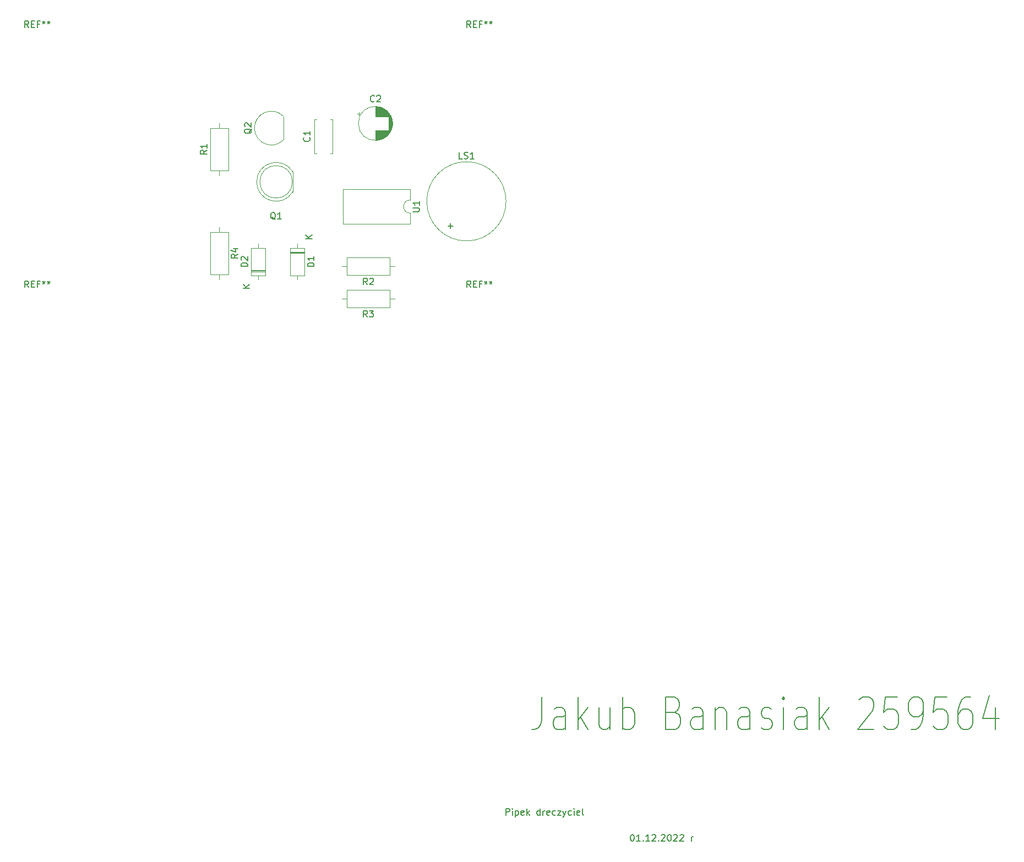
<source format=gbr>
%TF.GenerationSoftware,KiCad,Pcbnew,(6.0.9)*%
%TF.CreationDate,2022-12-15T09:26:13+01:00*%
%TF.ProjectId,Pipek,50697065-6b2e-46b6-9963-61645f706362,rev?*%
%TF.SameCoordinates,Original*%
%TF.FileFunction,Legend,Top*%
%TF.FilePolarity,Positive*%
%FSLAX46Y46*%
G04 Gerber Fmt 4.6, Leading zero omitted, Abs format (unit mm)*
G04 Created by KiCad (PCBNEW (6.0.9)) date 2022-12-15 09:26:13*
%MOMM*%
%LPD*%
G01*
G04 APERTURE LIST*
%ADD10C,0.150000*%
%ADD11C,0.120000*%
G04 APERTURE END LIST*
D10*
X195619047Y-171261904D02*
X195619047Y-174833333D01*
X195428571Y-175547619D01*
X195047619Y-176023809D01*
X194476190Y-176261904D01*
X194095238Y-176261904D01*
X199238095Y-176261904D02*
X199238095Y-173642857D01*
X199047619Y-173166666D01*
X198666666Y-172928571D01*
X197904761Y-172928571D01*
X197523809Y-173166666D01*
X199238095Y-176023809D02*
X198857142Y-176261904D01*
X197904761Y-176261904D01*
X197523809Y-176023809D01*
X197333333Y-175547619D01*
X197333333Y-175071428D01*
X197523809Y-174595238D01*
X197904761Y-174357142D01*
X198857142Y-174357142D01*
X199238095Y-174119047D01*
X201142857Y-176261904D02*
X201142857Y-171261904D01*
X201523809Y-174357142D02*
X202666666Y-176261904D01*
X202666666Y-172928571D02*
X201142857Y-174833333D01*
X206095238Y-172928571D02*
X206095238Y-176261904D01*
X204380952Y-172928571D02*
X204380952Y-175547619D01*
X204571428Y-176023809D01*
X204952380Y-176261904D01*
X205523809Y-176261904D01*
X205904761Y-176023809D01*
X206095238Y-175785714D01*
X208000000Y-176261904D02*
X208000000Y-171261904D01*
X208000000Y-173166666D02*
X208380952Y-172928571D01*
X209142857Y-172928571D01*
X209523809Y-173166666D01*
X209714285Y-173404761D01*
X209904761Y-173880952D01*
X209904761Y-175309523D01*
X209714285Y-175785714D01*
X209523809Y-176023809D01*
X209142857Y-176261904D01*
X208380952Y-176261904D01*
X208000000Y-176023809D01*
X216000000Y-173642857D02*
X216571428Y-173880952D01*
X216761904Y-174119047D01*
X216952380Y-174595238D01*
X216952380Y-175309523D01*
X216761904Y-175785714D01*
X216571428Y-176023809D01*
X216190476Y-176261904D01*
X214666666Y-176261904D01*
X214666666Y-171261904D01*
X216000000Y-171261904D01*
X216380952Y-171500000D01*
X216571428Y-171738095D01*
X216761904Y-172214285D01*
X216761904Y-172690476D01*
X216571428Y-173166666D01*
X216380952Y-173404761D01*
X216000000Y-173642857D01*
X214666666Y-173642857D01*
X220380952Y-176261904D02*
X220380952Y-173642857D01*
X220190476Y-173166666D01*
X219809523Y-172928571D01*
X219047619Y-172928571D01*
X218666666Y-173166666D01*
X220380952Y-176023809D02*
X220000000Y-176261904D01*
X219047619Y-176261904D01*
X218666666Y-176023809D01*
X218476190Y-175547619D01*
X218476190Y-175071428D01*
X218666666Y-174595238D01*
X219047619Y-174357142D01*
X220000000Y-174357142D01*
X220380952Y-174119047D01*
X222285714Y-172928571D02*
X222285714Y-176261904D01*
X222285714Y-173404761D02*
X222476190Y-173166666D01*
X222857142Y-172928571D01*
X223428571Y-172928571D01*
X223809523Y-173166666D01*
X224000000Y-173642857D01*
X224000000Y-176261904D01*
X227619047Y-176261904D02*
X227619047Y-173642857D01*
X227428571Y-173166666D01*
X227047619Y-172928571D01*
X226285714Y-172928571D01*
X225904761Y-173166666D01*
X227619047Y-176023809D02*
X227238095Y-176261904D01*
X226285714Y-176261904D01*
X225904761Y-176023809D01*
X225714285Y-175547619D01*
X225714285Y-175071428D01*
X225904761Y-174595238D01*
X226285714Y-174357142D01*
X227238095Y-174357142D01*
X227619047Y-174119047D01*
X229333333Y-176023809D02*
X229714285Y-176261904D01*
X230476190Y-176261904D01*
X230857142Y-176023809D01*
X231047619Y-175547619D01*
X231047619Y-175309523D01*
X230857142Y-174833333D01*
X230476190Y-174595238D01*
X229904761Y-174595238D01*
X229523809Y-174357142D01*
X229333333Y-173880952D01*
X229333333Y-173642857D01*
X229523809Y-173166666D01*
X229904761Y-172928571D01*
X230476190Y-172928571D01*
X230857142Y-173166666D01*
X232761904Y-176261904D02*
X232761904Y-172928571D01*
X232761904Y-171261904D02*
X232571428Y-171500000D01*
X232761904Y-171738095D01*
X232952380Y-171500000D01*
X232761904Y-171261904D01*
X232761904Y-171738095D01*
X236380952Y-176261904D02*
X236380952Y-173642857D01*
X236190476Y-173166666D01*
X235809523Y-172928571D01*
X235047619Y-172928571D01*
X234666666Y-173166666D01*
X236380952Y-176023809D02*
X236000000Y-176261904D01*
X235047619Y-176261904D01*
X234666666Y-176023809D01*
X234476190Y-175547619D01*
X234476190Y-175071428D01*
X234666666Y-174595238D01*
X235047619Y-174357142D01*
X236000000Y-174357142D01*
X236380952Y-174119047D01*
X238285714Y-176261904D02*
X238285714Y-171261904D01*
X238666666Y-174357142D02*
X239809523Y-176261904D01*
X239809523Y-172928571D02*
X238285714Y-174833333D01*
X244380952Y-171738095D02*
X244571428Y-171500000D01*
X244952380Y-171261904D01*
X245904761Y-171261904D01*
X246285714Y-171500000D01*
X246476190Y-171738095D01*
X246666666Y-172214285D01*
X246666666Y-172690476D01*
X246476190Y-173404761D01*
X244190476Y-176261904D01*
X246666666Y-176261904D01*
X250285714Y-171261904D02*
X248380952Y-171261904D01*
X248190476Y-173642857D01*
X248380952Y-173404761D01*
X248761904Y-173166666D01*
X249714285Y-173166666D01*
X250095238Y-173404761D01*
X250285714Y-173642857D01*
X250476190Y-174119047D01*
X250476190Y-175309523D01*
X250285714Y-175785714D01*
X250095238Y-176023809D01*
X249714285Y-176261904D01*
X248761904Y-176261904D01*
X248380952Y-176023809D01*
X248190476Y-175785714D01*
X252380952Y-176261904D02*
X253142857Y-176261904D01*
X253523809Y-176023809D01*
X253714285Y-175785714D01*
X254095238Y-175071428D01*
X254285714Y-174119047D01*
X254285714Y-172214285D01*
X254095238Y-171738095D01*
X253904761Y-171500000D01*
X253523809Y-171261904D01*
X252761904Y-171261904D01*
X252380952Y-171500000D01*
X252190476Y-171738095D01*
X252000000Y-172214285D01*
X252000000Y-173404761D01*
X252190476Y-173880952D01*
X252380952Y-174119047D01*
X252761904Y-174357142D01*
X253523809Y-174357142D01*
X253904761Y-174119047D01*
X254095238Y-173880952D01*
X254285714Y-173404761D01*
X257904761Y-171261904D02*
X256000000Y-171261904D01*
X255809523Y-173642857D01*
X256000000Y-173404761D01*
X256380952Y-173166666D01*
X257333333Y-173166666D01*
X257714285Y-173404761D01*
X257904761Y-173642857D01*
X258095238Y-174119047D01*
X258095238Y-175309523D01*
X257904761Y-175785714D01*
X257714285Y-176023809D01*
X257333333Y-176261904D01*
X256380952Y-176261904D01*
X256000000Y-176023809D01*
X255809523Y-175785714D01*
X261523809Y-171261904D02*
X260761904Y-171261904D01*
X260380952Y-171500000D01*
X260190476Y-171738095D01*
X259809523Y-172452380D01*
X259619047Y-173404761D01*
X259619047Y-175309523D01*
X259809523Y-175785714D01*
X259999999Y-176023809D01*
X260380952Y-176261904D01*
X261142857Y-176261904D01*
X261523809Y-176023809D01*
X261714285Y-175785714D01*
X261904761Y-175309523D01*
X261904761Y-174119047D01*
X261714285Y-173642857D01*
X261523809Y-173404761D01*
X261142857Y-173166666D01*
X260380952Y-173166666D01*
X259999999Y-173404761D01*
X259809523Y-173642857D01*
X259619047Y-174119047D01*
X265333333Y-172928571D02*
X265333333Y-176261904D01*
X264380952Y-171023809D02*
X263428571Y-174595238D01*
X265904761Y-174595238D01*
X209452380Y-192452380D02*
X209547619Y-192452380D01*
X209642857Y-192500000D01*
X209690476Y-192547619D01*
X209738095Y-192642857D01*
X209785714Y-192833333D01*
X209785714Y-193071428D01*
X209738095Y-193261904D01*
X209690476Y-193357142D01*
X209642857Y-193404761D01*
X209547619Y-193452380D01*
X209452380Y-193452380D01*
X209357142Y-193404761D01*
X209309523Y-193357142D01*
X209261904Y-193261904D01*
X209214285Y-193071428D01*
X209214285Y-192833333D01*
X209261904Y-192642857D01*
X209309523Y-192547619D01*
X209357142Y-192500000D01*
X209452380Y-192452380D01*
X210738095Y-193452380D02*
X210166666Y-193452380D01*
X210452380Y-193452380D02*
X210452380Y-192452380D01*
X210357142Y-192595238D01*
X210261904Y-192690476D01*
X210166666Y-192738095D01*
X211166666Y-193357142D02*
X211214285Y-193404761D01*
X211166666Y-193452380D01*
X211119047Y-193404761D01*
X211166666Y-193357142D01*
X211166666Y-193452380D01*
X212166666Y-193452380D02*
X211595238Y-193452380D01*
X211880952Y-193452380D02*
X211880952Y-192452380D01*
X211785714Y-192595238D01*
X211690476Y-192690476D01*
X211595238Y-192738095D01*
X212547619Y-192547619D02*
X212595238Y-192500000D01*
X212690476Y-192452380D01*
X212928571Y-192452380D01*
X213023809Y-192500000D01*
X213071428Y-192547619D01*
X213119047Y-192642857D01*
X213119047Y-192738095D01*
X213071428Y-192880952D01*
X212500000Y-193452380D01*
X213119047Y-193452380D01*
X213547619Y-193357142D02*
X213595238Y-193404761D01*
X213547619Y-193452380D01*
X213500000Y-193404761D01*
X213547619Y-193357142D01*
X213547619Y-193452380D01*
X213976190Y-192547619D02*
X214023809Y-192500000D01*
X214119047Y-192452380D01*
X214357142Y-192452380D01*
X214452380Y-192500000D01*
X214500000Y-192547619D01*
X214547619Y-192642857D01*
X214547619Y-192738095D01*
X214500000Y-192880952D01*
X213928571Y-193452380D01*
X214547619Y-193452380D01*
X215166666Y-192452380D02*
X215261904Y-192452380D01*
X215357142Y-192500000D01*
X215404761Y-192547619D01*
X215452380Y-192642857D01*
X215500000Y-192833333D01*
X215500000Y-193071428D01*
X215452380Y-193261904D01*
X215404761Y-193357142D01*
X215357142Y-193404761D01*
X215261904Y-193452380D01*
X215166666Y-193452380D01*
X215071428Y-193404761D01*
X215023809Y-193357142D01*
X214976190Y-193261904D01*
X214928571Y-193071428D01*
X214928571Y-192833333D01*
X214976190Y-192642857D01*
X215023809Y-192547619D01*
X215071428Y-192500000D01*
X215166666Y-192452380D01*
X215880952Y-192547619D02*
X215928571Y-192500000D01*
X216023809Y-192452380D01*
X216261904Y-192452380D01*
X216357142Y-192500000D01*
X216404761Y-192547619D01*
X216452380Y-192642857D01*
X216452380Y-192738095D01*
X216404761Y-192880952D01*
X215833333Y-193452380D01*
X216452380Y-193452380D01*
X216833333Y-192547619D02*
X216880952Y-192500000D01*
X216976190Y-192452380D01*
X217214285Y-192452380D01*
X217309523Y-192500000D01*
X217357142Y-192547619D01*
X217404761Y-192642857D01*
X217404761Y-192738095D01*
X217357142Y-192880952D01*
X216785714Y-193452380D01*
X217404761Y-193452380D01*
X218595238Y-193452380D02*
X218595238Y-192785714D01*
X218595238Y-192976190D02*
X218642857Y-192880952D01*
X218690476Y-192833333D01*
X218785714Y-192785714D01*
X218880952Y-192785714D01*
X190071428Y-189452380D02*
X190071428Y-188452380D01*
X190452380Y-188452380D01*
X190547619Y-188500000D01*
X190595238Y-188547619D01*
X190642857Y-188642857D01*
X190642857Y-188785714D01*
X190595238Y-188880952D01*
X190547619Y-188928571D01*
X190452380Y-188976190D01*
X190071428Y-188976190D01*
X191071428Y-189452380D02*
X191071428Y-188785714D01*
X191071428Y-188452380D02*
X191023809Y-188500000D01*
X191071428Y-188547619D01*
X191119047Y-188500000D01*
X191071428Y-188452380D01*
X191071428Y-188547619D01*
X191547619Y-188785714D02*
X191547619Y-189785714D01*
X191547619Y-188833333D02*
X191642857Y-188785714D01*
X191833333Y-188785714D01*
X191928571Y-188833333D01*
X191976190Y-188880952D01*
X192023809Y-188976190D01*
X192023809Y-189261904D01*
X191976190Y-189357142D01*
X191928571Y-189404761D01*
X191833333Y-189452380D01*
X191642857Y-189452380D01*
X191547619Y-189404761D01*
X192833333Y-189404761D02*
X192738095Y-189452380D01*
X192547619Y-189452380D01*
X192452380Y-189404761D01*
X192404761Y-189309523D01*
X192404761Y-188928571D01*
X192452380Y-188833333D01*
X192547619Y-188785714D01*
X192738095Y-188785714D01*
X192833333Y-188833333D01*
X192880952Y-188928571D01*
X192880952Y-189023809D01*
X192404761Y-189119047D01*
X193309523Y-189452380D02*
X193309523Y-188452380D01*
X193404761Y-189071428D02*
X193690476Y-189452380D01*
X193690476Y-188785714D02*
X193309523Y-189166666D01*
X195309523Y-189452380D02*
X195309523Y-188452380D01*
X195309523Y-189404761D02*
X195214285Y-189452380D01*
X195023809Y-189452380D01*
X194928571Y-189404761D01*
X194880952Y-189357142D01*
X194833333Y-189261904D01*
X194833333Y-188976190D01*
X194880952Y-188880952D01*
X194928571Y-188833333D01*
X195023809Y-188785714D01*
X195214285Y-188785714D01*
X195309523Y-188833333D01*
X195785714Y-189452380D02*
X195785714Y-188785714D01*
X195785714Y-188976190D02*
X195833333Y-188880952D01*
X195880952Y-188833333D01*
X195976190Y-188785714D01*
X196071428Y-188785714D01*
X196785714Y-189404761D02*
X196690476Y-189452380D01*
X196500000Y-189452380D01*
X196404761Y-189404761D01*
X196357142Y-189309523D01*
X196357142Y-188928571D01*
X196404761Y-188833333D01*
X196500000Y-188785714D01*
X196690476Y-188785714D01*
X196785714Y-188833333D01*
X196833333Y-188928571D01*
X196833333Y-189023809D01*
X196357142Y-189119047D01*
X197690476Y-189404761D02*
X197595238Y-189452380D01*
X197404761Y-189452380D01*
X197309523Y-189404761D01*
X197261904Y-189357142D01*
X197214285Y-189261904D01*
X197214285Y-188976190D01*
X197261904Y-188880952D01*
X197309523Y-188833333D01*
X197404761Y-188785714D01*
X197595238Y-188785714D01*
X197690476Y-188833333D01*
X198023809Y-188785714D02*
X198547619Y-188785714D01*
X198023809Y-189452380D01*
X198547619Y-189452380D01*
X198833333Y-188785714D02*
X199071428Y-189452380D01*
X199309523Y-188785714D02*
X199071428Y-189452380D01*
X198976190Y-189690476D01*
X198928571Y-189738095D01*
X198833333Y-189785714D01*
X200119047Y-189404761D02*
X200023809Y-189452380D01*
X199833333Y-189452380D01*
X199738095Y-189404761D01*
X199690476Y-189357142D01*
X199642857Y-189261904D01*
X199642857Y-188976190D01*
X199690476Y-188880952D01*
X199738095Y-188833333D01*
X199833333Y-188785714D01*
X200023809Y-188785714D01*
X200119047Y-188833333D01*
X200547619Y-189452380D02*
X200547619Y-188785714D01*
X200547619Y-188452380D02*
X200500000Y-188500000D01*
X200547619Y-188547619D01*
X200595238Y-188500000D01*
X200547619Y-188452380D01*
X200547619Y-188547619D01*
X201404761Y-189404761D02*
X201309523Y-189452380D01*
X201119047Y-189452380D01*
X201023809Y-189404761D01*
X200976190Y-189309523D01*
X200976190Y-188928571D01*
X201023809Y-188833333D01*
X201119047Y-188785714D01*
X201309523Y-188785714D01*
X201404761Y-188833333D01*
X201452380Y-188928571D01*
X201452380Y-189023809D01*
X200976190Y-189119047D01*
X202023809Y-189452380D02*
X201928571Y-189404761D01*
X201880952Y-189309523D01*
X201880952Y-188452380D01*
%TO.C,LS1*%
X183357142Y-88452380D02*
X182880952Y-88452380D01*
X182880952Y-87452380D01*
X183642857Y-88404761D02*
X183785714Y-88452380D01*
X184023809Y-88452380D01*
X184119047Y-88404761D01*
X184166666Y-88357142D01*
X184214285Y-88261904D01*
X184214285Y-88166666D01*
X184166666Y-88071428D01*
X184119047Y-88023809D01*
X184023809Y-87976190D01*
X183833333Y-87928571D01*
X183738095Y-87880952D01*
X183690476Y-87833333D01*
X183642857Y-87738095D01*
X183642857Y-87642857D01*
X183690476Y-87547619D01*
X183738095Y-87500000D01*
X183833333Y-87452380D01*
X184071428Y-87452380D01*
X184214285Y-87500000D01*
X185166666Y-88452380D02*
X184595238Y-88452380D01*
X184880952Y-88452380D02*
X184880952Y-87452380D01*
X184785714Y-87595238D01*
X184690476Y-87690476D01*
X184595238Y-87738095D01*
X181531428Y-99190952D02*
X181531428Y-98429047D01*
X181912380Y-98810000D02*
X181150476Y-98810000D01*
%TO.C,REF\u002A\u002A*%
X116666666Y-68252380D02*
X116333333Y-67776190D01*
X116095238Y-68252380D02*
X116095238Y-67252380D01*
X116476190Y-67252380D01*
X116571428Y-67300000D01*
X116619047Y-67347619D01*
X116666666Y-67442857D01*
X116666666Y-67585714D01*
X116619047Y-67680952D01*
X116571428Y-67728571D01*
X116476190Y-67776190D01*
X116095238Y-67776190D01*
X117095238Y-67728571D02*
X117428571Y-67728571D01*
X117571428Y-68252380D02*
X117095238Y-68252380D01*
X117095238Y-67252380D01*
X117571428Y-67252380D01*
X118333333Y-67728571D02*
X118000000Y-67728571D01*
X118000000Y-68252380D02*
X118000000Y-67252380D01*
X118476190Y-67252380D01*
X119000000Y-67252380D02*
X119000000Y-67490476D01*
X118761904Y-67395238D02*
X119000000Y-67490476D01*
X119238095Y-67395238D01*
X118857142Y-67680952D02*
X119000000Y-67490476D01*
X119142857Y-67680952D01*
X119761904Y-67252380D02*
X119761904Y-67490476D01*
X119523809Y-67395238D02*
X119761904Y-67490476D01*
X120000000Y-67395238D01*
X119619047Y-67680952D02*
X119761904Y-67490476D01*
X119904761Y-67680952D01*
%TO.C,Q1*%
X154634761Y-97787619D02*
X154539523Y-97740000D01*
X154444285Y-97644761D01*
X154301428Y-97501904D01*
X154206190Y-97454285D01*
X154110952Y-97454285D01*
X154158571Y-97692380D02*
X154063333Y-97644761D01*
X153968095Y-97549523D01*
X153920476Y-97359047D01*
X153920476Y-97025714D01*
X153968095Y-96835238D01*
X154063333Y-96740000D01*
X154158571Y-96692380D01*
X154349047Y-96692380D01*
X154444285Y-96740000D01*
X154539523Y-96835238D01*
X154587142Y-97025714D01*
X154587142Y-97359047D01*
X154539523Y-97549523D01*
X154444285Y-97644761D01*
X154349047Y-97692380D01*
X154158571Y-97692380D01*
X155539523Y-97692380D02*
X154968095Y-97692380D01*
X155253809Y-97692380D02*
X155253809Y-96692380D01*
X155158571Y-96835238D01*
X155063333Y-96930476D01*
X154968095Y-96978095D01*
%TO.C,R4*%
X148822380Y-103166666D02*
X148346190Y-103500000D01*
X148822380Y-103738095D02*
X147822380Y-103738095D01*
X147822380Y-103357142D01*
X147870000Y-103261904D01*
X147917619Y-103214285D01*
X148012857Y-103166666D01*
X148155714Y-103166666D01*
X148250952Y-103214285D01*
X148298571Y-103261904D01*
X148346190Y-103357142D01*
X148346190Y-103738095D01*
X148155714Y-102309523D02*
X148822380Y-102309523D01*
X147774761Y-102547619D02*
X148489047Y-102785714D01*
X148489047Y-102166666D01*
%TO.C,D1*%
X160572380Y-105018095D02*
X159572380Y-105018095D01*
X159572380Y-104780000D01*
X159620000Y-104637142D01*
X159715238Y-104541904D01*
X159810476Y-104494285D01*
X160000952Y-104446666D01*
X160143809Y-104446666D01*
X160334285Y-104494285D01*
X160429523Y-104541904D01*
X160524761Y-104637142D01*
X160572380Y-104780000D01*
X160572380Y-105018095D01*
X160572380Y-103494285D02*
X160572380Y-104065714D01*
X160572380Y-103780000D02*
X159572380Y-103780000D01*
X159715238Y-103875238D01*
X159810476Y-103970476D01*
X159858095Y-104065714D01*
X160252380Y-100731904D02*
X159252380Y-100731904D01*
X160252380Y-100160476D02*
X159680952Y-100589047D01*
X159252380Y-100160476D02*
X159823809Y-100731904D01*
%TO.C,R1*%
X144082380Y-87166666D02*
X143606190Y-87500000D01*
X144082380Y-87738095D02*
X143082380Y-87738095D01*
X143082380Y-87357142D01*
X143130000Y-87261904D01*
X143177619Y-87214285D01*
X143272857Y-87166666D01*
X143415714Y-87166666D01*
X143510952Y-87214285D01*
X143558571Y-87261904D01*
X143606190Y-87357142D01*
X143606190Y-87738095D01*
X144082380Y-86214285D02*
X144082380Y-86785714D01*
X144082380Y-86500000D02*
X143082380Y-86500000D01*
X143225238Y-86595238D01*
X143320476Y-86690476D01*
X143368095Y-86785714D01*
%TO.C,D2*%
X150332380Y-105018095D02*
X149332380Y-105018095D01*
X149332380Y-104780000D01*
X149380000Y-104637142D01*
X149475238Y-104541904D01*
X149570476Y-104494285D01*
X149760952Y-104446666D01*
X149903809Y-104446666D01*
X150094285Y-104494285D01*
X150189523Y-104541904D01*
X150284761Y-104637142D01*
X150332380Y-104780000D01*
X150332380Y-105018095D01*
X149427619Y-104065714D02*
X149380000Y-104018095D01*
X149332380Y-103922857D01*
X149332380Y-103684761D01*
X149380000Y-103589523D01*
X149427619Y-103541904D01*
X149522857Y-103494285D01*
X149618095Y-103494285D01*
X149760952Y-103541904D01*
X150332380Y-104113333D01*
X150332380Y-103494285D01*
X150652380Y-108351904D02*
X149652380Y-108351904D01*
X150652380Y-107780476D02*
X150080952Y-108209047D01*
X149652380Y-107780476D02*
X150223809Y-108351904D01*
%TO.C,C2*%
X169833333Y-79607142D02*
X169785714Y-79654761D01*
X169642857Y-79702380D01*
X169547619Y-79702380D01*
X169404761Y-79654761D01*
X169309523Y-79559523D01*
X169261904Y-79464285D01*
X169214285Y-79273809D01*
X169214285Y-79130952D01*
X169261904Y-78940476D01*
X169309523Y-78845238D01*
X169404761Y-78750000D01*
X169547619Y-78702380D01*
X169642857Y-78702380D01*
X169785714Y-78750000D01*
X169833333Y-78797619D01*
X170214285Y-78797619D02*
X170261904Y-78750000D01*
X170357142Y-78702380D01*
X170595238Y-78702380D01*
X170690476Y-78750000D01*
X170738095Y-78797619D01*
X170785714Y-78892857D01*
X170785714Y-78988095D01*
X170738095Y-79130952D01*
X170166666Y-79702380D01*
X170785714Y-79702380D01*
%TO.C,REF\u002A\u002A*%
X116666666Y-108252380D02*
X116333333Y-107776190D01*
X116095238Y-108252380D02*
X116095238Y-107252380D01*
X116476190Y-107252380D01*
X116571428Y-107300000D01*
X116619047Y-107347619D01*
X116666666Y-107442857D01*
X116666666Y-107585714D01*
X116619047Y-107680952D01*
X116571428Y-107728571D01*
X116476190Y-107776190D01*
X116095238Y-107776190D01*
X117095238Y-107728571D02*
X117428571Y-107728571D01*
X117571428Y-108252380D02*
X117095238Y-108252380D01*
X117095238Y-107252380D01*
X117571428Y-107252380D01*
X118333333Y-107728571D02*
X118000000Y-107728571D01*
X118000000Y-108252380D02*
X118000000Y-107252380D01*
X118476190Y-107252380D01*
X119000000Y-107252380D02*
X119000000Y-107490476D01*
X118761904Y-107395238D02*
X119000000Y-107490476D01*
X119238095Y-107395238D01*
X118857142Y-107680952D02*
X119000000Y-107490476D01*
X119142857Y-107680952D01*
X119761904Y-107252380D02*
X119761904Y-107490476D01*
X119523809Y-107395238D02*
X119761904Y-107490476D01*
X120000000Y-107395238D01*
X119619047Y-107680952D02*
X119761904Y-107490476D01*
X119904761Y-107680952D01*
X184666666Y-108252380D02*
X184333333Y-107776190D01*
X184095238Y-108252380D02*
X184095238Y-107252380D01*
X184476190Y-107252380D01*
X184571428Y-107300000D01*
X184619047Y-107347619D01*
X184666666Y-107442857D01*
X184666666Y-107585714D01*
X184619047Y-107680952D01*
X184571428Y-107728571D01*
X184476190Y-107776190D01*
X184095238Y-107776190D01*
X185095238Y-107728571D02*
X185428571Y-107728571D01*
X185571428Y-108252380D02*
X185095238Y-108252380D01*
X185095238Y-107252380D01*
X185571428Y-107252380D01*
X186333333Y-107728571D02*
X186000000Y-107728571D01*
X186000000Y-108252380D02*
X186000000Y-107252380D01*
X186476190Y-107252380D01*
X187000000Y-107252380D02*
X187000000Y-107490476D01*
X186761904Y-107395238D02*
X187000000Y-107490476D01*
X187238095Y-107395238D01*
X186857142Y-107680952D02*
X187000000Y-107490476D01*
X187142857Y-107680952D01*
X187761904Y-107252380D02*
X187761904Y-107490476D01*
X187523809Y-107395238D02*
X187761904Y-107490476D01*
X188000000Y-107395238D01*
X187619047Y-107680952D02*
X187761904Y-107490476D01*
X187904761Y-107680952D01*
%TO.C,Q2*%
X150987619Y-83825238D02*
X150940000Y-83920476D01*
X150844761Y-84015714D01*
X150701904Y-84158571D01*
X150654285Y-84253809D01*
X150654285Y-84349047D01*
X150892380Y-84301428D02*
X150844761Y-84396666D01*
X150749523Y-84491904D01*
X150559047Y-84539523D01*
X150225714Y-84539523D01*
X150035238Y-84491904D01*
X149940000Y-84396666D01*
X149892380Y-84301428D01*
X149892380Y-84110952D01*
X149940000Y-84015714D01*
X150035238Y-83920476D01*
X150225714Y-83872857D01*
X150559047Y-83872857D01*
X150749523Y-83920476D01*
X150844761Y-84015714D01*
X150892380Y-84110952D01*
X150892380Y-84301428D01*
X149987619Y-83491904D02*
X149940000Y-83444285D01*
X149892380Y-83349047D01*
X149892380Y-83110952D01*
X149940000Y-83015714D01*
X149987619Y-82968095D01*
X150082857Y-82920476D01*
X150178095Y-82920476D01*
X150320952Y-82968095D01*
X150892380Y-83539523D01*
X150892380Y-82920476D01*
%TO.C,U1*%
X175782380Y-96571904D02*
X176591904Y-96571904D01*
X176687142Y-96524285D01*
X176734761Y-96476666D01*
X176782380Y-96381428D01*
X176782380Y-96190952D01*
X176734761Y-96095714D01*
X176687142Y-96048095D01*
X176591904Y-96000476D01*
X175782380Y-96000476D01*
X176782380Y-95000476D02*
X176782380Y-95571904D01*
X176782380Y-95286190D02*
X175782380Y-95286190D01*
X175925238Y-95381428D01*
X176020476Y-95476666D01*
X176068095Y-95571904D01*
%TO.C,R3*%
X168753333Y-112822380D02*
X168420000Y-112346190D01*
X168181904Y-112822380D02*
X168181904Y-111822380D01*
X168562857Y-111822380D01*
X168658095Y-111870000D01*
X168705714Y-111917619D01*
X168753333Y-112012857D01*
X168753333Y-112155714D01*
X168705714Y-112250952D01*
X168658095Y-112298571D01*
X168562857Y-112346190D01*
X168181904Y-112346190D01*
X169086666Y-111822380D02*
X169705714Y-111822380D01*
X169372380Y-112203333D01*
X169515238Y-112203333D01*
X169610476Y-112250952D01*
X169658095Y-112298571D01*
X169705714Y-112393809D01*
X169705714Y-112631904D01*
X169658095Y-112727142D01*
X169610476Y-112774761D01*
X169515238Y-112822380D01*
X169229523Y-112822380D01*
X169134285Y-112774761D01*
X169086666Y-112727142D01*
%TO.C,R2*%
X168753333Y-107822380D02*
X168420000Y-107346190D01*
X168181904Y-107822380D02*
X168181904Y-106822380D01*
X168562857Y-106822380D01*
X168658095Y-106870000D01*
X168705714Y-106917619D01*
X168753333Y-107012857D01*
X168753333Y-107155714D01*
X168705714Y-107250952D01*
X168658095Y-107298571D01*
X168562857Y-107346190D01*
X168181904Y-107346190D01*
X169134285Y-106917619D02*
X169181904Y-106870000D01*
X169277142Y-106822380D01*
X169515238Y-106822380D01*
X169610476Y-106870000D01*
X169658095Y-106917619D01*
X169705714Y-107012857D01*
X169705714Y-107108095D01*
X169658095Y-107250952D01*
X169086666Y-107822380D01*
X169705714Y-107822380D01*
%TO.C,REF\u002A\u002A*%
X184666666Y-68252380D02*
X184333333Y-67776190D01*
X184095238Y-68252380D02*
X184095238Y-67252380D01*
X184476190Y-67252380D01*
X184571428Y-67300000D01*
X184619047Y-67347619D01*
X184666666Y-67442857D01*
X184666666Y-67585714D01*
X184619047Y-67680952D01*
X184571428Y-67728571D01*
X184476190Y-67776190D01*
X184095238Y-67776190D01*
X185095238Y-67728571D02*
X185428571Y-67728571D01*
X185571428Y-68252380D02*
X185095238Y-68252380D01*
X185095238Y-67252380D01*
X185571428Y-67252380D01*
X186333333Y-67728571D02*
X186000000Y-67728571D01*
X186000000Y-68252380D02*
X186000000Y-67252380D01*
X186476190Y-67252380D01*
X187000000Y-67252380D02*
X187000000Y-67490476D01*
X186761904Y-67395238D02*
X187000000Y-67490476D01*
X187238095Y-67395238D01*
X186857142Y-67680952D02*
X187000000Y-67490476D01*
X187142857Y-67680952D01*
X187761904Y-67252380D02*
X187761904Y-67490476D01*
X187523809Y-67395238D02*
X187761904Y-67490476D01*
X188000000Y-67395238D01*
X187619047Y-67680952D02*
X187761904Y-67490476D01*
X187904761Y-67680952D01*
%TO.C,C1*%
X159857142Y-85166666D02*
X159904761Y-85214285D01*
X159952380Y-85357142D01*
X159952380Y-85452380D01*
X159904761Y-85595238D01*
X159809523Y-85690476D01*
X159714285Y-85738095D01*
X159523809Y-85785714D01*
X159380952Y-85785714D01*
X159190476Y-85738095D01*
X159095238Y-85690476D01*
X159000000Y-85595238D01*
X158952380Y-85452380D01*
X158952380Y-85357142D01*
X159000000Y-85214285D01*
X159047619Y-85166666D01*
X159952380Y-84214285D02*
X159952380Y-84785714D01*
X159952380Y-84500000D02*
X158952380Y-84500000D01*
X159095238Y-84595238D01*
X159190476Y-84690476D01*
X159238095Y-84785714D01*
D11*
%TO.C,LS1*%
X190100000Y-95000000D02*
G75*
G03*
X190100000Y-95000000I-6100000J0D01*
G01*
%TO.C,Q1*%
X157290000Y-93545000D02*
X157290000Y-90455000D01*
X157290000Y-90455170D02*
G75*
G03*
X151740000Y-92000462I-2560000J-1544830D01*
G01*
X151740000Y-91999538D02*
G75*
G03*
X157290000Y-93544830I2990000J-462D01*
G01*
X157230000Y-92000000D02*
G75*
G03*
X157230000Y-92000000I-2500000J0D01*
G01*
%TO.C,R4*%
X147370000Y-106270000D02*
X147370000Y-99730000D01*
X146000000Y-107040000D02*
X146000000Y-106270000D01*
X146000000Y-98960000D02*
X146000000Y-99730000D01*
X144630000Y-106270000D02*
X147370000Y-106270000D01*
X147370000Y-99730000D02*
X144630000Y-99730000D01*
X144630000Y-99730000D02*
X144630000Y-106270000D01*
%TO.C,D1*%
X159120000Y-106400000D02*
X159120000Y-102160000D01*
X159120000Y-103000000D02*
X156880000Y-103000000D01*
X158000000Y-107050000D02*
X158000000Y-106400000D01*
X159120000Y-102760000D02*
X156880000Y-102760000D01*
X158000000Y-101510000D02*
X158000000Y-102160000D01*
X156880000Y-106400000D02*
X159120000Y-106400000D01*
X159120000Y-102880000D02*
X156880000Y-102880000D01*
X159120000Y-102160000D02*
X156880000Y-102160000D01*
X156880000Y-102160000D02*
X156880000Y-106400000D01*
%TO.C,R1*%
X146000000Y-91040000D02*
X146000000Y-90270000D01*
X146000000Y-82960000D02*
X146000000Y-83730000D01*
X147370000Y-90270000D02*
X147370000Y-83730000D01*
X144630000Y-83730000D02*
X144630000Y-90270000D01*
X147370000Y-83730000D02*
X144630000Y-83730000D01*
X144630000Y-90270000D02*
X147370000Y-90270000D01*
%TO.C,D2*%
X150880000Y-105800000D02*
X153120000Y-105800000D01*
X153120000Y-102160000D02*
X150880000Y-102160000D01*
X153120000Y-106400000D02*
X153120000Y-102160000D01*
X150880000Y-102160000D02*
X150880000Y-106400000D01*
X152000000Y-101510000D02*
X152000000Y-102160000D01*
X152000000Y-107050000D02*
X152000000Y-106400000D01*
X150880000Y-105680000D02*
X153120000Y-105680000D01*
X150880000Y-106400000D02*
X153120000Y-106400000D01*
X150880000Y-105560000D02*
X153120000Y-105560000D01*
%TO.C,C2*%
X171521000Y-80905000D02*
X171521000Y-81960000D01*
X170801000Y-80545000D02*
X170801000Y-81960000D01*
X172321000Y-81822000D02*
X172321000Y-84178000D01*
X171841000Y-84040000D02*
X171841000Y-84826000D01*
X171961000Y-81301000D02*
X171961000Y-81960000D01*
X170841000Y-84040000D02*
X170841000Y-85442000D01*
X170761000Y-84040000D02*
X170761000Y-85468000D01*
X170921000Y-84040000D02*
X170921000Y-85414000D01*
X167195225Y-81525000D02*
X167695225Y-81525000D01*
X170400000Y-80450000D02*
X170400000Y-81960000D01*
X170360000Y-80444000D02*
X170360000Y-81960000D01*
X171201000Y-80710000D02*
X171201000Y-81960000D01*
X170520000Y-80472000D02*
X170520000Y-81960000D01*
X171921000Y-81257000D02*
X171921000Y-81960000D01*
X171001000Y-84040000D02*
X171001000Y-85382000D01*
X170200000Y-84040000D02*
X170200000Y-85573000D01*
X171841000Y-81174000D02*
X171841000Y-81960000D01*
X170200000Y-80427000D02*
X170200000Y-81960000D01*
X170080000Y-80421000D02*
X170080000Y-81960000D01*
X171881000Y-81215000D02*
X171881000Y-81960000D01*
X171601000Y-80965000D02*
X171601000Y-81960000D01*
X172161000Y-81557000D02*
X172161000Y-84443000D01*
X171601000Y-84040000D02*
X171601000Y-85035000D01*
X171881000Y-84040000D02*
X171881000Y-84785000D01*
X171721000Y-81063000D02*
X171721000Y-81960000D01*
X170560000Y-84040000D02*
X170560000Y-85520000D01*
X171961000Y-84040000D02*
X171961000Y-84699000D01*
X170640000Y-80499000D02*
X170640000Y-81960000D01*
X171041000Y-84040000D02*
X171041000Y-85365000D01*
X172001000Y-84040000D02*
X172001000Y-84653000D01*
X171561000Y-80935000D02*
X171561000Y-81960000D01*
X172081000Y-81446000D02*
X172081000Y-84554000D01*
X171361000Y-80800000D02*
X171361000Y-81960000D01*
X171441000Y-84040000D02*
X171441000Y-85149000D01*
X170680000Y-80509000D02*
X170680000Y-81960000D01*
X170480000Y-84040000D02*
X170480000Y-85536000D01*
X171161000Y-80690000D02*
X171161000Y-81960000D01*
X170440000Y-80457000D02*
X170440000Y-81960000D01*
X172121000Y-81500000D02*
X172121000Y-84500000D01*
X170600000Y-84040000D02*
X170600000Y-85511000D01*
X170961000Y-80602000D02*
X170961000Y-81960000D01*
X171241000Y-80732000D02*
X171241000Y-81960000D01*
X170520000Y-84040000D02*
X170520000Y-85528000D01*
X170400000Y-84040000D02*
X170400000Y-85550000D01*
X170320000Y-80439000D02*
X170320000Y-81960000D01*
X170360000Y-84040000D02*
X170360000Y-85556000D01*
X171681000Y-81029000D02*
X171681000Y-81960000D01*
X172521000Y-82323000D02*
X172521000Y-83677000D01*
X171761000Y-81099000D02*
X171761000Y-81960000D01*
X172281000Y-81749000D02*
X172281000Y-84251000D01*
X170881000Y-84040000D02*
X170881000Y-85428000D01*
X171801000Y-84040000D02*
X171801000Y-84864000D01*
X170040000Y-80420000D02*
X170040000Y-81960000D01*
X171401000Y-84040000D02*
X171401000Y-85175000D01*
X170480000Y-80464000D02*
X170480000Y-81960000D01*
X171121000Y-80671000D02*
X171121000Y-81960000D01*
X170120000Y-84040000D02*
X170120000Y-85578000D01*
X171681000Y-84040000D02*
X171681000Y-84971000D01*
X171521000Y-84040000D02*
X171521000Y-85095000D01*
X171241000Y-84040000D02*
X171241000Y-85268000D01*
X170680000Y-84040000D02*
X170680000Y-85491000D01*
X171441000Y-80851000D02*
X171441000Y-81960000D01*
X171401000Y-80825000D02*
X171401000Y-81960000D01*
X170721000Y-80520000D02*
X170721000Y-81960000D01*
X167445225Y-81275000D02*
X167445225Y-81775000D01*
X171641000Y-84040000D02*
X171641000Y-85004000D01*
X172481000Y-82195000D02*
X172481000Y-83805000D01*
X170000000Y-80420000D02*
X170000000Y-81960000D01*
X170320000Y-84040000D02*
X170320000Y-85561000D01*
X172561000Y-82482000D02*
X172561000Y-83518000D01*
X171481000Y-84040000D02*
X171481000Y-85122000D01*
X170881000Y-80572000D02*
X170881000Y-81960000D01*
X171321000Y-80776000D02*
X171321000Y-81960000D01*
X171161000Y-84040000D02*
X171161000Y-85310000D01*
X170120000Y-80422000D02*
X170120000Y-81960000D01*
X170440000Y-84040000D02*
X170440000Y-85543000D01*
X172041000Y-81395000D02*
X172041000Y-84605000D01*
X170160000Y-80424000D02*
X170160000Y-81960000D01*
X171921000Y-84040000D02*
X171921000Y-84743000D01*
X171361000Y-84040000D02*
X171361000Y-85200000D01*
X171481000Y-80878000D02*
X171481000Y-81960000D01*
X170640000Y-84040000D02*
X170640000Y-85501000D01*
X171761000Y-84040000D02*
X171761000Y-84901000D01*
X171081000Y-80652000D02*
X171081000Y-81960000D01*
X172601000Y-82716000D02*
X172601000Y-83284000D01*
X170280000Y-84040000D02*
X170280000Y-85565000D01*
X171001000Y-80618000D02*
X171001000Y-81960000D01*
X170961000Y-84040000D02*
X170961000Y-85398000D01*
X172441000Y-82085000D02*
X172441000Y-83915000D01*
X170000000Y-84040000D02*
X170000000Y-85580000D01*
X171721000Y-84040000D02*
X171721000Y-84937000D01*
X170841000Y-80558000D02*
X170841000Y-81960000D01*
X172201000Y-81617000D02*
X172201000Y-84383000D01*
X170160000Y-84040000D02*
X170160000Y-85576000D01*
X170921000Y-80586000D02*
X170921000Y-81960000D01*
X171081000Y-84040000D02*
X171081000Y-85348000D01*
X171041000Y-80635000D02*
X171041000Y-81960000D01*
X170600000Y-80489000D02*
X170600000Y-81960000D01*
X171641000Y-80996000D02*
X171641000Y-81960000D01*
X172241000Y-81681000D02*
X172241000Y-84319000D01*
X172361000Y-81902000D02*
X172361000Y-84098000D01*
X170080000Y-84040000D02*
X170080000Y-85579000D01*
X172001000Y-81347000D02*
X172001000Y-81960000D01*
X171201000Y-84040000D02*
X171201000Y-85290000D01*
X170761000Y-80532000D02*
X170761000Y-81960000D01*
X172401000Y-81989000D02*
X172401000Y-84011000D01*
X171321000Y-84040000D02*
X171321000Y-85224000D01*
X170801000Y-84040000D02*
X170801000Y-85455000D01*
X170721000Y-84040000D02*
X170721000Y-85480000D01*
X171801000Y-81136000D02*
X171801000Y-81960000D01*
X171121000Y-84040000D02*
X171121000Y-85329000D01*
X171281000Y-84040000D02*
X171281000Y-85247000D01*
X171561000Y-84040000D02*
X171561000Y-85065000D01*
X170280000Y-80435000D02*
X170280000Y-81960000D01*
X170040000Y-84040000D02*
X170040000Y-85580000D01*
X170560000Y-80480000D02*
X170560000Y-81960000D01*
X171281000Y-80753000D02*
X171281000Y-81960000D01*
X170240000Y-80431000D02*
X170240000Y-81960000D01*
X170240000Y-84040000D02*
X170240000Y-85569000D01*
X172620000Y-83000000D02*
G75*
G03*
X172620000Y-83000000I-2620000J0D01*
G01*
%TO.C,Q2*%
X155850000Y-85530000D02*
X155850000Y-81930000D01*
X155838478Y-81891522D02*
G75*
G03*
X151400000Y-83730000I-1838478J-1838478D01*
G01*
X151399999Y-83730000D02*
G75*
G03*
X155838478Y-85568478I2600001J0D01*
G01*
%TO.C,U1*%
X175330000Y-93160000D02*
X165050000Y-93160000D01*
X165050000Y-93160000D02*
X165050000Y-98460000D01*
X175330000Y-98460000D02*
X175330000Y-96810000D01*
X175330000Y-94810000D02*
X175330000Y-93160000D01*
X165050000Y-98460000D02*
X175330000Y-98460000D01*
X175330000Y-94810000D02*
G75*
G03*
X175330000Y-96810000I0J-1000000D01*
G01*
%TO.C,R3*%
X164880000Y-110000000D02*
X165650000Y-110000000D01*
X165650000Y-111370000D02*
X172190000Y-111370000D01*
X165650000Y-108630000D02*
X165650000Y-111370000D01*
X172960000Y-110000000D02*
X172190000Y-110000000D01*
X172190000Y-111370000D02*
X172190000Y-108630000D01*
X172190000Y-108630000D02*
X165650000Y-108630000D01*
%TO.C,R2*%
X172190000Y-106370000D02*
X172190000Y-103630000D01*
X165650000Y-103630000D02*
X165650000Y-106370000D01*
X164880000Y-105000000D02*
X165650000Y-105000000D01*
X172190000Y-103630000D02*
X165650000Y-103630000D01*
X165650000Y-106370000D02*
X172190000Y-106370000D01*
X172960000Y-105000000D02*
X172190000Y-105000000D01*
%TO.C,C1*%
X163055000Y-82380000D02*
X163370000Y-82380000D01*
X163370000Y-87620000D02*
X163370000Y-82380000D01*
X163055000Y-87620000D02*
X163370000Y-87620000D01*
X160630000Y-87620000D02*
X160630000Y-82380000D01*
X160630000Y-82380000D02*
X160945000Y-82380000D01*
X160630000Y-87620000D02*
X160945000Y-87620000D01*
%TD*%
M02*

</source>
